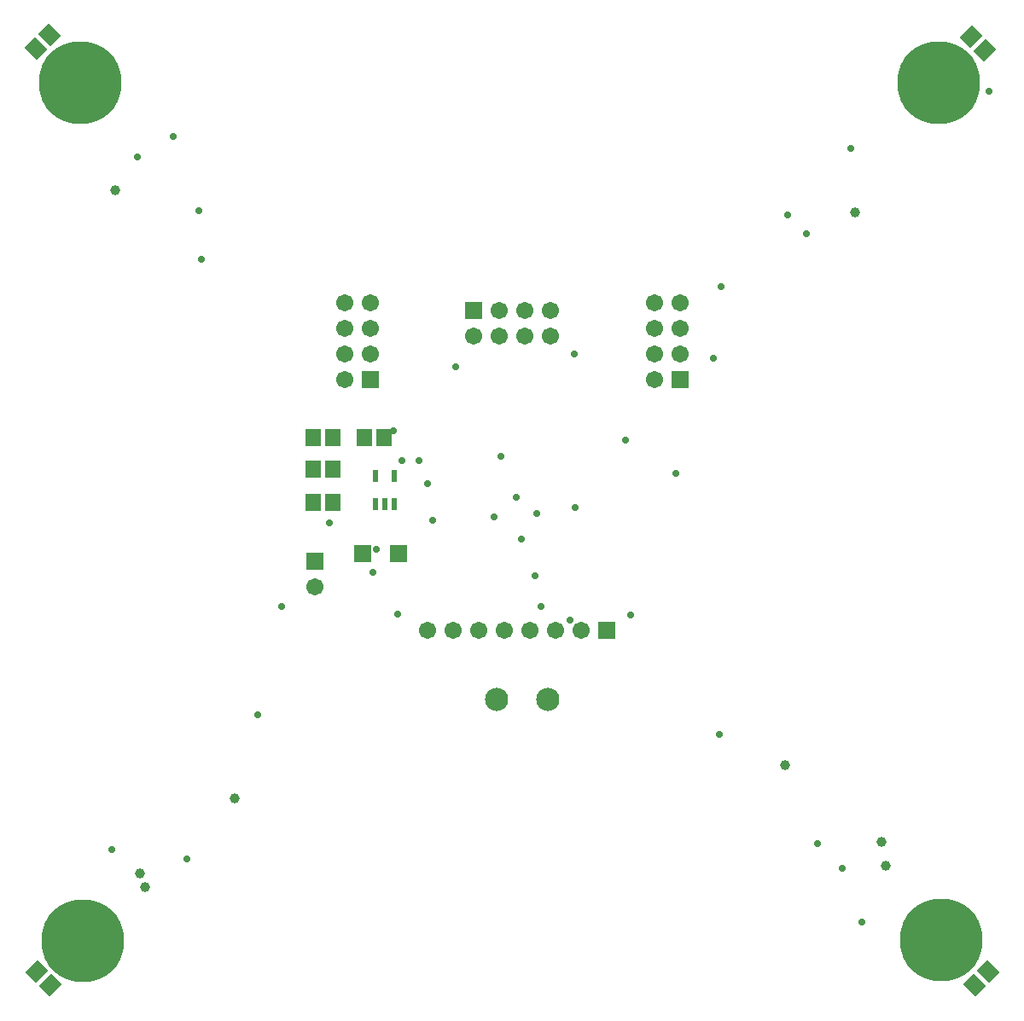
<source format=gbs>
%FSLAX25Y25*%
%MOIN*%
G70*
G01*
G75*
G04 Layer_Color=16711935*
%ADD10R,0.05906X0.05118*%
%ADD11R,0.07480X0.02756*%
G04:AMPARAMS|DCode=12|XSize=59.06mil|YSize=51.18mil|CornerRadius=0mil|HoleSize=0mil|Usage=FLASHONLY|Rotation=315.000|XOffset=0mil|YOffset=0mil|HoleType=Round|Shape=Rectangle|*
%AMROTATEDRECTD12*
4,1,4,-0.03897,0.00278,-0.00278,0.03897,0.03897,-0.00278,0.00278,-0.03897,-0.03897,0.00278,0.0*
%
%ADD12ROTATEDRECTD12*%

G04:AMPARAMS|DCode=13|XSize=59.06mil|YSize=51.18mil|CornerRadius=0mil|HoleSize=0mil|Usage=FLASHONLY|Rotation=225.000|XOffset=0mil|YOffset=0mil|HoleType=Round|Shape=Rectangle|*
%AMROTATEDRECTD13*
4,1,4,0.00278,0.03897,0.03897,0.00278,-0.00278,-0.03897,-0.03897,-0.00278,0.00278,0.03897,0.0*
%
%ADD13ROTATEDRECTD13*%

%ADD14O,0.08268X0.01181*%
%ADD15O,0.01181X0.08268*%
G04:AMPARAMS|DCode=16|XSize=78.74mil|YSize=47.24mil|CornerRadius=0mil|HoleSize=0mil|Usage=FLASHONLY|Rotation=225.000|XOffset=0mil|YOffset=0mil|HoleType=Round|Shape=Rectangle|*
%AMROTATEDRECTD16*
4,1,4,0.01114,0.04454,0.04454,0.01114,-0.01114,-0.04454,-0.04454,-0.01114,0.01114,0.04454,0.0*
%
%ADD16ROTATEDRECTD16*%

G04:AMPARAMS|DCode=17|XSize=78.74mil|YSize=47.24mil|CornerRadius=0mil|HoleSize=0mil|Usage=FLASHONLY|Rotation=135.000|XOffset=0mil|YOffset=0mil|HoleType=Round|Shape=Rectangle|*
%AMROTATEDRECTD17*
4,1,4,0.04454,-0.01114,0.01114,-0.04454,-0.04454,0.01114,-0.01114,0.04454,0.04454,-0.01114,0.0*
%
%ADD17ROTATEDRECTD17*%

G04:AMPARAMS|DCode=18|XSize=35.43mil|YSize=37.4mil|CornerRadius=0mil|HoleSize=0mil|Usage=FLASHONLY|Rotation=225.000|XOffset=0mil|YOffset=0mil|HoleType=Round|Shape=Rectangle|*
%AMROTATEDRECTD18*
4,1,4,-0.00070,0.02575,0.02575,-0.00070,0.00070,-0.02575,-0.02575,0.00070,-0.00070,0.02575,0.0*
%
%ADD18ROTATEDRECTD18*%

G04:AMPARAMS|DCode=19|XSize=35.43mil|YSize=37.4mil|CornerRadius=0mil|HoleSize=0mil|Usage=FLASHONLY|Rotation=225.000|XOffset=0mil|YOffset=0mil|HoleType=Round|Shape=Rectangle|*
%AMROTATEDRECTD19*
4,1,4,-0.00070,0.02575,0.02575,-0.00070,0.00070,-0.02575,-0.02575,0.00070,-0.00070,0.02575,0.0*
%
%ADD19ROTATEDRECTD19*%

G04:AMPARAMS|DCode=20|XSize=35.43mil|YSize=37.4mil|CornerRadius=0mil|HoleSize=0mil|Usage=FLASHONLY|Rotation=315.000|XOffset=0mil|YOffset=0mil|HoleType=Round|Shape=Rectangle|*
%AMROTATEDRECTD20*
4,1,4,-0.02575,-0.00070,0.00070,0.02575,0.02575,0.00070,-0.00070,-0.02575,-0.02575,-0.00070,0.0*
%
%ADD20ROTATEDRECTD20*%

G04:AMPARAMS|DCode=21|XSize=35.43mil|YSize=37.4mil|CornerRadius=0mil|HoleSize=0mil|Usage=FLASHONLY|Rotation=315.000|XOffset=0mil|YOffset=0mil|HoleType=Round|Shape=Rectangle|*
%AMROTATEDRECTD21*
4,1,4,-0.02575,-0.00070,0.00070,0.02575,0.02575,0.00070,-0.00070,-0.02575,-0.02575,-0.00070,0.0*
%
%ADD21ROTATEDRECTD21*%

%ADD22R,0.03543X0.03740*%
%ADD23R,0.03543X0.03740*%
%ADD24C,0.01063*%
%ADD25C,0.01181*%
%ADD26C,0.02756*%
%ADD27C,0.01969*%
%ADD28C,0.05906*%
%ADD29R,0.05906X0.05906*%
%ADD30R,0.05906X0.05906*%
%ADD31C,0.31496*%
%ADD32C,0.08268*%
%ADD33C,0.01969*%
%ADD34C,0.03150*%
%ADD35R,0.05118X0.05906*%
%ADD36R,0.06000X0.06000*%
%ADD37R,0.01575X0.03937*%
%ADD38R,0.01575X0.03937*%
%ADD39C,0.02362*%
%ADD40C,0.00984*%
%ADD41C,0.01000*%
%ADD42C,0.00787*%
%ADD43R,0.06706X0.05918*%
%ADD44R,0.08280X0.03556*%
G04:AMPARAMS|DCode=45|XSize=67.06mil|YSize=59.18mil|CornerRadius=0mil|HoleSize=0mil|Usage=FLASHONLY|Rotation=315.000|XOffset=0mil|YOffset=0mil|HoleType=Round|Shape=Rectangle|*
%AMROTATEDRECTD45*
4,1,4,-0.04463,0.00278,-0.00278,0.04463,0.04463,-0.00278,0.00278,-0.04463,-0.04463,0.00278,0.0*
%
%ADD45ROTATEDRECTD45*%

G04:AMPARAMS|DCode=46|XSize=67.06mil|YSize=59.18mil|CornerRadius=0mil|HoleSize=0mil|Usage=FLASHONLY|Rotation=225.000|XOffset=0mil|YOffset=0mil|HoleType=Round|Shape=Rectangle|*
%AMROTATEDRECTD46*
4,1,4,0.00278,0.04463,0.04463,0.00278,-0.00278,-0.04463,-0.04463,-0.00278,0.00278,0.04463,0.0*
%
%ADD46ROTATEDRECTD46*%

%ADD47O,0.09068X0.01981*%
%ADD48O,0.01981X0.09068*%
G04:AMPARAMS|DCode=49|XSize=86.74mil|YSize=55.24mil|CornerRadius=0mil|HoleSize=0mil|Usage=FLASHONLY|Rotation=225.000|XOffset=0mil|YOffset=0mil|HoleType=Round|Shape=Rectangle|*
%AMROTATEDRECTD49*
4,1,4,0.01114,0.05020,0.05020,0.01114,-0.01114,-0.05020,-0.05020,-0.01114,0.01114,0.05020,0.0*
%
%ADD49ROTATEDRECTD49*%

G04:AMPARAMS|DCode=50|XSize=86.74mil|YSize=55.24mil|CornerRadius=0mil|HoleSize=0mil|Usage=FLASHONLY|Rotation=135.000|XOffset=0mil|YOffset=0mil|HoleType=Round|Shape=Rectangle|*
%AMROTATEDRECTD50*
4,1,4,0.05020,-0.01114,0.01114,-0.05020,-0.05020,0.01114,-0.01114,0.05020,0.05020,-0.01114,0.0*
%
%ADD50ROTATEDRECTD50*%

G04:AMPARAMS|DCode=51|XSize=43.43mil|YSize=45.4mil|CornerRadius=0mil|HoleSize=0mil|Usage=FLASHONLY|Rotation=225.000|XOffset=0mil|YOffset=0mil|HoleType=Round|Shape=Rectangle|*
%AMROTATEDRECTD51*
4,1,4,-0.00070,0.03141,0.03141,-0.00070,0.00070,-0.03141,-0.03141,0.00070,-0.00070,0.03141,0.0*
%
%ADD51ROTATEDRECTD51*%

G04:AMPARAMS|DCode=52|XSize=43.43mil|YSize=45.4mil|CornerRadius=0mil|HoleSize=0mil|Usage=FLASHONLY|Rotation=225.000|XOffset=0mil|YOffset=0mil|HoleType=Round|Shape=Rectangle|*
%AMROTATEDRECTD52*
4,1,4,-0.00070,0.03141,0.03141,-0.00070,0.00070,-0.03141,-0.03141,0.00070,-0.00070,0.03141,0.0*
%
%ADD52ROTATEDRECTD52*%

G04:AMPARAMS|DCode=53|XSize=43.43mil|YSize=45.4mil|CornerRadius=0mil|HoleSize=0mil|Usage=FLASHONLY|Rotation=315.000|XOffset=0mil|YOffset=0mil|HoleType=Round|Shape=Rectangle|*
%AMROTATEDRECTD53*
4,1,4,-0.03141,-0.00070,0.00070,0.03141,0.03141,0.00070,-0.00070,-0.03141,-0.03141,-0.00070,0.0*
%
%ADD53ROTATEDRECTD53*%

G04:AMPARAMS|DCode=54|XSize=43.43mil|YSize=45.4mil|CornerRadius=0mil|HoleSize=0mil|Usage=FLASHONLY|Rotation=315.000|XOffset=0mil|YOffset=0mil|HoleType=Round|Shape=Rectangle|*
%AMROTATEDRECTD54*
4,1,4,-0.03141,-0.00070,0.00070,0.03141,0.03141,0.00070,-0.00070,-0.03141,-0.03141,-0.00070,0.0*
%
%ADD54ROTATEDRECTD54*%

%ADD55R,0.04343X0.04540*%
%ADD56R,0.04343X0.04540*%
%ADD57C,0.06706*%
%ADD58R,0.06706X0.06706*%
%ADD59R,0.06706X0.06706*%
%ADD60C,0.32296*%
%ADD61C,0.09068*%
%ADD62C,0.02769*%
%ADD63C,0.03950*%
%ADD64R,0.05918X0.06706*%
%ADD65R,0.06800X0.06800*%
%ADD66R,0.02375X0.04737*%
%ADD67R,0.02375X0.04737*%
D45*
X558530Y621894D02*
D03*
X563820Y627184D02*
D03*
X197145Y993145D02*
D03*
X191855Y987855D02*
D03*
D46*
X192355Y627145D02*
D03*
X197645Y621855D02*
D03*
X562645Y987355D02*
D03*
X557355Y992645D02*
D03*
D57*
X301000Y777500D02*
D03*
X393000Y885500D02*
D03*
Y875500D02*
D03*
X383000Y885500D02*
D03*
Y875500D02*
D03*
X373000Y885500D02*
D03*
Y875500D02*
D03*
X363000D02*
D03*
X443500Y868500D02*
D03*
Y878500D02*
D03*
Y888500D02*
D03*
X433500Y858500D02*
D03*
Y868500D02*
D03*
Y878500D02*
D03*
Y888500D02*
D03*
X322500Y868500D02*
D03*
Y878500D02*
D03*
Y888500D02*
D03*
X312500Y858500D02*
D03*
Y868500D02*
D03*
Y878500D02*
D03*
Y888500D02*
D03*
X345000Y760500D02*
D03*
X355000D02*
D03*
X365000D02*
D03*
X375000D02*
D03*
X385000D02*
D03*
X395000D02*
D03*
X405000D02*
D03*
D58*
X301000Y787500D02*
D03*
X443500Y858500D02*
D03*
X322500D02*
D03*
D59*
X363000Y885500D02*
D03*
X415000Y760500D02*
D03*
D60*
X545500Y639500D02*
D03*
X210318Y639318D02*
D03*
X544682Y974682D02*
D03*
X209318D02*
D03*
D61*
X392000Y733500D02*
D03*
X372000D02*
D03*
D62*
X400450Y764500D02*
D03*
X323600Y783200D02*
D03*
X335000Y827000D02*
D03*
X341500D02*
D03*
X456500Y867000D02*
D03*
X371000Y805000D02*
D03*
X324850Y792250D02*
D03*
X345000Y818000D02*
D03*
X347000Y803500D02*
D03*
X306500Y802500D02*
D03*
X288000Y770000D02*
D03*
X256500Y905500D02*
D03*
X402200Y868500D02*
D03*
X373610Y828600D02*
D03*
X381400Y796300D02*
D03*
X278500Y727400D02*
D03*
X389358Y769900D02*
D03*
X492900Y915645D02*
D03*
X387390Y806090D02*
D03*
X510300Y949000D02*
D03*
X497145Y677355D02*
D03*
X459700Y894900D02*
D03*
X255645Y924700D02*
D03*
X387000Y781853D02*
D03*
X379600Y812600D02*
D03*
X422140Y834740D02*
D03*
X442000Y821900D02*
D03*
X402600Y808400D02*
D03*
X331600Y838600D02*
D03*
X424200Y766400D02*
D03*
X355900Y863500D02*
D03*
X564100Y971200D02*
D03*
X485645Y922900D02*
D03*
X459000Y719900D02*
D03*
X250855Y671255D02*
D03*
X333300Y766800D02*
D03*
X245600Y953700D02*
D03*
X231500Y945500D02*
D03*
X507000Y667500D02*
D03*
X221600Y674736D02*
D03*
X514400Y646464D02*
D03*
D63*
X223000Y932500D02*
D03*
X484500Y708000D02*
D03*
X524000Y668500D02*
D03*
X232500Y665500D02*
D03*
X234700Y660100D02*
D03*
X269500Y694900D02*
D03*
X522300Y678037D02*
D03*
X512000Y924000D02*
D03*
D64*
X300260Y823500D02*
D03*
X307740D02*
D03*
X300260Y836000D02*
D03*
X307740D02*
D03*
X320260D02*
D03*
X327740D02*
D03*
X307740Y810500D02*
D03*
X300260D02*
D03*
D65*
X319500Y790500D02*
D03*
X333500D02*
D03*
D66*
X324520Y821024D02*
D03*
Y810000D02*
D03*
X328260D02*
D03*
X332000D02*
D03*
D67*
Y821024D02*
D03*
M02*

</source>
